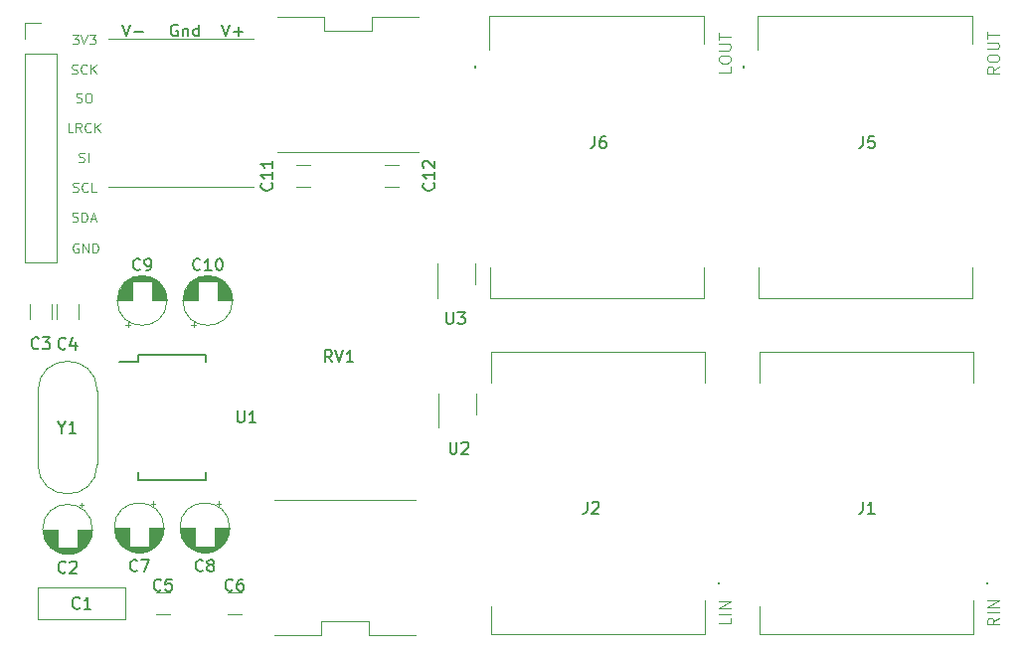
<source format=gbr>
%TF.GenerationSoftware,KiCad,Pcbnew,(5.99.0-11640-gb6664eecf2)*%
%TF.CreationDate,2021-09-02T00:48:37+05:30*%
%TF.ProjectId,AudioInterface,41756469-6f49-46e7-9465-72666163652e,rev?*%
%TF.SameCoordinates,Original*%
%TF.FileFunction,Legend,Top*%
%TF.FilePolarity,Positive*%
%FSLAX46Y46*%
G04 Gerber Fmt 4.6, Leading zero omitted, Abs format (unit mm)*
G04 Created by KiCad (PCBNEW (5.99.0-11640-gb6664eecf2)) date 2021-09-02 00:48:37*
%MOMM*%
%LPD*%
G01*
G04 APERTURE LIST*
%ADD10C,0.120000*%
%ADD11C,0.150000*%
%ADD12C,0.200000*%
%ADD13C,0.100000*%
G04 APERTURE END LIST*
D10*
X140197380Y-54393809D02*
X140311666Y-54431904D01*
X140502142Y-54431904D01*
X140578333Y-54393809D01*
X140616428Y-54355714D01*
X140654523Y-54279523D01*
X140654523Y-54203333D01*
X140616428Y-54127142D01*
X140578333Y-54089047D01*
X140502142Y-54050952D01*
X140349761Y-54012857D01*
X140273571Y-53974761D01*
X140235476Y-53936666D01*
X140197380Y-53860476D01*
X140197380Y-53784285D01*
X140235476Y-53708095D01*
X140273571Y-53670000D01*
X140349761Y-53631904D01*
X140540238Y-53631904D01*
X140654523Y-53670000D01*
X141149761Y-53631904D02*
X141302142Y-53631904D01*
X141378333Y-53670000D01*
X141454523Y-53746190D01*
X141492619Y-53898571D01*
X141492619Y-54165238D01*
X141454523Y-54317619D01*
X141378333Y-54393809D01*
X141302142Y-54431904D01*
X141149761Y-54431904D01*
X141073571Y-54393809D01*
X140997380Y-54317619D01*
X140959285Y-54165238D01*
X140959285Y-53898571D01*
X140997380Y-53746190D01*
X141073571Y-53670000D01*
X141149761Y-53631904D01*
X195907380Y-98337380D02*
X195907380Y-98813571D01*
X194907380Y-98813571D01*
X195907380Y-98004047D02*
X194907380Y-98004047D01*
X195907380Y-97527857D02*
X194907380Y-97527857D01*
X195907380Y-96956428D01*
X194907380Y-96956428D01*
X139873571Y-64553809D02*
X139987857Y-64591904D01*
X140178333Y-64591904D01*
X140254523Y-64553809D01*
X140292619Y-64515714D01*
X140330714Y-64439523D01*
X140330714Y-64363333D01*
X140292619Y-64287142D01*
X140254523Y-64249047D01*
X140178333Y-64210952D01*
X140025952Y-64172857D01*
X139949761Y-64134761D01*
X139911666Y-64096666D01*
X139873571Y-64020476D01*
X139873571Y-63944285D01*
X139911666Y-63868095D01*
X139949761Y-63830000D01*
X140025952Y-63791904D01*
X140216428Y-63791904D01*
X140330714Y-63830000D01*
X140673571Y-64591904D02*
X140673571Y-63791904D01*
X140864047Y-63791904D01*
X140978333Y-63830000D01*
X141054523Y-63906190D01*
X141092619Y-63982380D01*
X141130714Y-64134761D01*
X141130714Y-64249047D01*
X141092619Y-64401428D01*
X141054523Y-64477619D01*
X140978333Y-64553809D01*
X140864047Y-64591904D01*
X140673571Y-64591904D01*
X141435476Y-64363333D02*
X141816428Y-64363333D01*
X141359285Y-64591904D02*
X141625952Y-63791904D01*
X141892619Y-64591904D01*
X218767380Y-98337380D02*
X218291190Y-98670714D01*
X218767380Y-98908809D02*
X217767380Y-98908809D01*
X217767380Y-98527857D01*
X217815000Y-98432619D01*
X217862619Y-98385000D01*
X217957857Y-98337380D01*
X218100714Y-98337380D01*
X218195952Y-98385000D01*
X218243571Y-98432619D01*
X218291190Y-98527857D01*
X218291190Y-98908809D01*
X218767380Y-97908809D02*
X217767380Y-97908809D01*
X218767380Y-97432619D02*
X217767380Y-97432619D01*
X218767380Y-96861190D01*
X217767380Y-96861190D01*
X139854523Y-48681904D02*
X140349761Y-48681904D01*
X140083095Y-48986666D01*
X140197380Y-48986666D01*
X140273571Y-49024761D01*
X140311666Y-49062857D01*
X140349761Y-49139047D01*
X140349761Y-49329523D01*
X140311666Y-49405714D01*
X140273571Y-49443809D01*
X140197380Y-49481904D01*
X139968809Y-49481904D01*
X139892619Y-49443809D01*
X139854523Y-49405714D01*
X140578333Y-48681904D02*
X140845000Y-49481904D01*
X141111666Y-48681904D01*
X141302142Y-48681904D02*
X141797380Y-48681904D01*
X141530714Y-48986666D01*
X141645000Y-48986666D01*
X141721190Y-49024761D01*
X141759285Y-49062857D01*
X141797380Y-49139047D01*
X141797380Y-49329523D01*
X141759285Y-49405714D01*
X141721190Y-49443809D01*
X141645000Y-49481904D01*
X141416428Y-49481904D01*
X141340238Y-49443809D01*
X141302142Y-49405714D01*
X195907380Y-51379047D02*
X195907380Y-51855238D01*
X194907380Y-51855238D01*
X194907380Y-50855238D02*
X194907380Y-50664761D01*
X194955000Y-50569523D01*
X195050238Y-50474285D01*
X195240714Y-50426666D01*
X195574047Y-50426666D01*
X195764523Y-50474285D01*
X195859761Y-50569523D01*
X195907380Y-50664761D01*
X195907380Y-50855238D01*
X195859761Y-50950476D01*
X195764523Y-51045714D01*
X195574047Y-51093333D01*
X195240714Y-51093333D01*
X195050238Y-51045714D01*
X194955000Y-50950476D01*
X194907380Y-50855238D01*
X194907380Y-49998095D02*
X195716904Y-49998095D01*
X195812142Y-49950476D01*
X195859761Y-49902857D01*
X195907380Y-49807619D01*
X195907380Y-49617142D01*
X195859761Y-49521904D01*
X195812142Y-49474285D01*
X195716904Y-49426666D01*
X194907380Y-49426666D01*
X194907380Y-49093333D02*
X194907380Y-48521904D01*
X195907380Y-48807619D02*
X194907380Y-48807619D01*
X218767380Y-51379047D02*
X218291190Y-51712380D01*
X218767380Y-51950476D02*
X217767380Y-51950476D01*
X217767380Y-51569523D01*
X217815000Y-51474285D01*
X217862619Y-51426666D01*
X217957857Y-51379047D01*
X218100714Y-51379047D01*
X218195952Y-51426666D01*
X218243571Y-51474285D01*
X218291190Y-51569523D01*
X218291190Y-51950476D01*
X217767380Y-50760000D02*
X217767380Y-50569523D01*
X217815000Y-50474285D01*
X217910238Y-50379047D01*
X218100714Y-50331428D01*
X218434047Y-50331428D01*
X218624523Y-50379047D01*
X218719761Y-50474285D01*
X218767380Y-50569523D01*
X218767380Y-50760000D01*
X218719761Y-50855238D01*
X218624523Y-50950476D01*
X218434047Y-50998095D01*
X218100714Y-50998095D01*
X217910238Y-50950476D01*
X217815000Y-50855238D01*
X217767380Y-50760000D01*
X217767380Y-49902857D02*
X218576904Y-49902857D01*
X218672142Y-49855238D01*
X218719761Y-49807619D01*
X218767380Y-49712380D01*
X218767380Y-49521904D01*
X218719761Y-49426666D01*
X218672142Y-49379047D01*
X218576904Y-49331428D01*
X217767380Y-49331428D01*
X217767380Y-48998095D02*
X217767380Y-48426666D01*
X218767380Y-48712380D02*
X217767380Y-48712380D01*
X140362476Y-66497000D02*
X140286285Y-66458904D01*
X140172000Y-66458904D01*
X140057714Y-66497000D01*
X139981523Y-66573190D01*
X139943428Y-66649380D01*
X139905333Y-66801761D01*
X139905333Y-66916047D01*
X139943428Y-67068428D01*
X139981523Y-67144619D01*
X140057714Y-67220809D01*
X140172000Y-67258904D01*
X140248190Y-67258904D01*
X140362476Y-67220809D01*
X140400571Y-67182714D01*
X140400571Y-66916047D01*
X140248190Y-66916047D01*
X140743428Y-67258904D02*
X140743428Y-66458904D01*
X141200571Y-67258904D01*
X141200571Y-66458904D01*
X141581523Y-67258904D02*
X141581523Y-66458904D01*
X141772000Y-66458904D01*
X141886285Y-66497000D01*
X141962476Y-66573190D01*
X142000571Y-66649380D01*
X142038666Y-66801761D01*
X142038666Y-66916047D01*
X142000571Y-67068428D01*
X141962476Y-67144619D01*
X141886285Y-67220809D01*
X141772000Y-67258904D01*
X141581523Y-67258904D01*
X139892619Y-62013809D02*
X140006904Y-62051904D01*
X140197380Y-62051904D01*
X140273571Y-62013809D01*
X140311666Y-61975714D01*
X140349761Y-61899523D01*
X140349761Y-61823333D01*
X140311666Y-61747142D01*
X140273571Y-61709047D01*
X140197380Y-61670952D01*
X140045000Y-61632857D01*
X139968809Y-61594761D01*
X139930714Y-61556666D01*
X139892619Y-61480476D01*
X139892619Y-61404285D01*
X139930714Y-61328095D01*
X139968809Y-61290000D01*
X140045000Y-61251904D01*
X140235476Y-61251904D01*
X140349761Y-61290000D01*
X141149761Y-61975714D02*
X141111666Y-62013809D01*
X140997380Y-62051904D01*
X140921190Y-62051904D01*
X140806904Y-62013809D01*
X140730714Y-61937619D01*
X140692619Y-61861428D01*
X140654523Y-61709047D01*
X140654523Y-61594761D01*
X140692619Y-61442380D01*
X140730714Y-61366190D01*
X140806904Y-61290000D01*
X140921190Y-61251904D01*
X140997380Y-61251904D01*
X141111666Y-61290000D01*
X141149761Y-61328095D01*
X141873571Y-62051904D02*
X141492619Y-62051904D01*
X141492619Y-61251904D01*
X139892619Y-56971904D02*
X139511666Y-56971904D01*
X139511666Y-56171904D01*
X140616428Y-56971904D02*
X140349761Y-56590952D01*
X140159285Y-56971904D02*
X140159285Y-56171904D01*
X140464047Y-56171904D01*
X140540238Y-56210000D01*
X140578333Y-56248095D01*
X140616428Y-56324285D01*
X140616428Y-56438571D01*
X140578333Y-56514761D01*
X140540238Y-56552857D01*
X140464047Y-56590952D01*
X140159285Y-56590952D01*
X141416428Y-56895714D02*
X141378333Y-56933809D01*
X141264047Y-56971904D01*
X141187857Y-56971904D01*
X141073571Y-56933809D01*
X140997380Y-56857619D01*
X140959285Y-56781428D01*
X140921190Y-56629047D01*
X140921190Y-56514761D01*
X140959285Y-56362380D01*
X140997380Y-56286190D01*
X141073571Y-56210000D01*
X141187857Y-56171904D01*
X141264047Y-56171904D01*
X141378333Y-56210000D01*
X141416428Y-56248095D01*
X141759285Y-56971904D02*
X141759285Y-56171904D01*
X142216428Y-56971904D02*
X141873571Y-56514761D01*
X142216428Y-56171904D02*
X141759285Y-56629047D01*
X140425952Y-59473809D02*
X140540238Y-59511904D01*
X140730714Y-59511904D01*
X140806904Y-59473809D01*
X140845000Y-59435714D01*
X140883095Y-59359523D01*
X140883095Y-59283333D01*
X140845000Y-59207142D01*
X140806904Y-59169047D01*
X140730714Y-59130952D01*
X140578333Y-59092857D01*
X140502142Y-59054761D01*
X140464047Y-59016666D01*
X140425952Y-58940476D01*
X140425952Y-58864285D01*
X140464047Y-58788095D01*
X140502142Y-58750000D01*
X140578333Y-58711904D01*
X140768809Y-58711904D01*
X140883095Y-58750000D01*
X141225952Y-59511904D02*
X141225952Y-58711904D01*
X139816428Y-51983809D02*
X139930714Y-52021904D01*
X140121190Y-52021904D01*
X140197380Y-51983809D01*
X140235476Y-51945714D01*
X140273571Y-51869523D01*
X140273571Y-51793333D01*
X140235476Y-51717142D01*
X140197380Y-51679047D01*
X140121190Y-51640952D01*
X139968809Y-51602857D01*
X139892619Y-51564761D01*
X139854523Y-51526666D01*
X139816428Y-51450476D01*
X139816428Y-51374285D01*
X139854523Y-51298095D01*
X139892619Y-51260000D01*
X139968809Y-51221904D01*
X140159285Y-51221904D01*
X140273571Y-51260000D01*
X141073571Y-51945714D02*
X141035476Y-51983809D01*
X140921190Y-52021904D01*
X140845000Y-52021904D01*
X140730714Y-51983809D01*
X140654523Y-51907619D01*
X140616428Y-51831428D01*
X140578333Y-51679047D01*
X140578333Y-51564761D01*
X140616428Y-51412380D01*
X140654523Y-51336190D01*
X140730714Y-51260000D01*
X140845000Y-51221904D01*
X140921190Y-51221904D01*
X141035476Y-51260000D01*
X141073571Y-51298095D01*
X141416428Y-52021904D02*
X141416428Y-51221904D01*
X141873571Y-52021904D02*
X141530714Y-51564761D01*
X141873571Y-51221904D02*
X141416428Y-51679047D01*
D11*
%TO.C,J4*%
X144112619Y-47797380D02*
X144445952Y-48797380D01*
X144779285Y-47797380D01*
X145112619Y-48416428D02*
X145874523Y-48416428D01*
X152592619Y-47797380D02*
X152925952Y-48797380D01*
X153259285Y-47797380D01*
X153592619Y-48416428D02*
X154354523Y-48416428D01*
X153973571Y-48797380D02*
X153973571Y-48035476D01*
X148822142Y-47845000D02*
X148726904Y-47797380D01*
X148584047Y-47797380D01*
X148441190Y-47845000D01*
X148345952Y-47940238D01*
X148298333Y-48035476D01*
X148250714Y-48225952D01*
X148250714Y-48368809D01*
X148298333Y-48559285D01*
X148345952Y-48654523D01*
X148441190Y-48749761D01*
X148584047Y-48797380D01*
X148679285Y-48797380D01*
X148822142Y-48749761D01*
X148869761Y-48702142D01*
X148869761Y-48368809D01*
X148679285Y-48368809D01*
X149298333Y-48130714D02*
X149298333Y-48797380D01*
X149298333Y-48225952D02*
X149345952Y-48178333D01*
X149441190Y-48130714D01*
X149584047Y-48130714D01*
X149679285Y-48178333D01*
X149726904Y-48273571D01*
X149726904Y-48797380D01*
X150631666Y-48797380D02*
X150631666Y-47797380D01*
X150631666Y-48749761D02*
X150536428Y-48797380D01*
X150345952Y-48797380D01*
X150250714Y-48749761D01*
X150203095Y-48702142D01*
X150155476Y-48606904D01*
X150155476Y-48321190D01*
X150203095Y-48225952D01*
X150250714Y-48178333D01*
X150345952Y-48130714D01*
X150536428Y-48130714D01*
X150631666Y-48178333D01*
%TO.C,J2*%
X183691666Y-88447380D02*
X183691666Y-89161666D01*
X183644047Y-89304523D01*
X183548809Y-89399761D01*
X183405952Y-89447380D01*
X183310714Y-89447380D01*
X184120238Y-88542619D02*
X184167857Y-88495000D01*
X184263095Y-88447380D01*
X184501190Y-88447380D01*
X184596428Y-88495000D01*
X184644047Y-88542619D01*
X184691666Y-88637857D01*
X184691666Y-88733095D01*
X184644047Y-88875952D01*
X184072619Y-89447380D01*
X184691666Y-89447380D01*
%TO.C,C12*%
X170610142Y-61316857D02*
X170657761Y-61364476D01*
X170705380Y-61507333D01*
X170705380Y-61602571D01*
X170657761Y-61745428D01*
X170562523Y-61840666D01*
X170467285Y-61888285D01*
X170276809Y-61935904D01*
X170133952Y-61935904D01*
X169943476Y-61888285D01*
X169848238Y-61840666D01*
X169753000Y-61745428D01*
X169705380Y-61602571D01*
X169705380Y-61507333D01*
X169753000Y-61364476D01*
X169800619Y-61316857D01*
X170705380Y-60364476D02*
X170705380Y-60935904D01*
X170705380Y-60650190D02*
X169705380Y-60650190D01*
X169848238Y-60745428D01*
X169943476Y-60840666D01*
X169991095Y-60935904D01*
X169800619Y-59983523D02*
X169753000Y-59935904D01*
X169705380Y-59840666D01*
X169705380Y-59602571D01*
X169753000Y-59507333D01*
X169800619Y-59459714D01*
X169895857Y-59412095D01*
X169991095Y-59412095D01*
X170133952Y-59459714D01*
X170705380Y-60031142D01*
X170705380Y-59412095D01*
%TO.C,C11*%
X156823142Y-61316857D02*
X156870761Y-61364476D01*
X156918380Y-61507333D01*
X156918380Y-61602571D01*
X156870761Y-61745428D01*
X156775523Y-61840666D01*
X156680285Y-61888285D01*
X156489809Y-61935904D01*
X156346952Y-61935904D01*
X156156476Y-61888285D01*
X156061238Y-61840666D01*
X155966000Y-61745428D01*
X155918380Y-61602571D01*
X155918380Y-61507333D01*
X155966000Y-61364476D01*
X156013619Y-61316857D01*
X156918380Y-60364476D02*
X156918380Y-60935904D01*
X156918380Y-60650190D02*
X155918380Y-60650190D01*
X156061238Y-60745428D01*
X156156476Y-60840666D01*
X156204095Y-60935904D01*
X156918380Y-59412095D02*
X156918380Y-59983523D01*
X156918380Y-59697809D02*
X155918380Y-59697809D01*
X156061238Y-59793047D01*
X156156476Y-59888285D01*
X156204095Y-59983523D01*
%TO.C,U1*%
X153921095Y-80700380D02*
X153921095Y-81509904D01*
X153968714Y-81605142D01*
X154016333Y-81652761D01*
X154111571Y-81700380D01*
X154302047Y-81700380D01*
X154397285Y-81652761D01*
X154444904Y-81605142D01*
X154492523Y-81509904D01*
X154492523Y-80700380D01*
X155492523Y-81700380D02*
X154921095Y-81700380D01*
X155206809Y-81700380D02*
X155206809Y-80700380D01*
X155111571Y-80843238D01*
X155016333Y-80938476D01*
X154921095Y-80986095D01*
%TO.C,Y1*%
X138971809Y-82113190D02*
X138971809Y-82589380D01*
X138638476Y-81589380D02*
X138971809Y-82113190D01*
X139305142Y-81589380D01*
X140162285Y-82589380D02*
X139590857Y-82589380D01*
X139876571Y-82589380D02*
X139876571Y-81589380D01*
X139781333Y-81732238D01*
X139686095Y-81827476D01*
X139590857Y-81875095D01*
%TO.C,C4*%
X139281333Y-75382142D02*
X139233714Y-75429761D01*
X139090857Y-75477380D01*
X138995619Y-75477380D01*
X138852761Y-75429761D01*
X138757523Y-75334523D01*
X138709904Y-75239285D01*
X138662285Y-75048809D01*
X138662285Y-74905952D01*
X138709904Y-74715476D01*
X138757523Y-74620238D01*
X138852761Y-74525000D01*
X138995619Y-74477380D01*
X139090857Y-74477380D01*
X139233714Y-74525000D01*
X139281333Y-74572619D01*
X140138476Y-74810714D02*
X140138476Y-75477380D01*
X139900380Y-74429761D02*
X139662285Y-75144047D01*
X140281333Y-75144047D01*
%TO.C,J5*%
X207186666Y-57332380D02*
X207186666Y-58046666D01*
X207139047Y-58189523D01*
X207043809Y-58284761D01*
X206900952Y-58332380D01*
X206805714Y-58332380D01*
X208139047Y-57332380D02*
X207662857Y-57332380D01*
X207615238Y-57808571D01*
X207662857Y-57760952D01*
X207758095Y-57713333D01*
X207996190Y-57713333D01*
X208091428Y-57760952D01*
X208139047Y-57808571D01*
X208186666Y-57903809D01*
X208186666Y-58141904D01*
X208139047Y-58237142D01*
X208091428Y-58284761D01*
X207996190Y-58332380D01*
X207758095Y-58332380D01*
X207662857Y-58284761D01*
X207615238Y-58237142D01*
%TO.C,U3*%
X171706095Y-72318380D02*
X171706095Y-73127904D01*
X171753714Y-73223142D01*
X171801333Y-73270761D01*
X171896571Y-73318380D01*
X172087047Y-73318380D01*
X172182285Y-73270761D01*
X172229904Y-73223142D01*
X172277523Y-73127904D01*
X172277523Y-72318380D01*
X172658476Y-72318380D02*
X173277523Y-72318380D01*
X172944190Y-72699333D01*
X173087047Y-72699333D01*
X173182285Y-72746952D01*
X173229904Y-72794571D01*
X173277523Y-72889809D01*
X173277523Y-73127904D01*
X173229904Y-73223142D01*
X173182285Y-73270761D01*
X173087047Y-73318380D01*
X172801333Y-73318380D01*
X172706095Y-73270761D01*
X172658476Y-73223142D01*
%TO.C,J1*%
X207186666Y-88447380D02*
X207186666Y-89161666D01*
X207139047Y-89304523D01*
X207043809Y-89399761D01*
X206900952Y-89447380D01*
X206805714Y-89447380D01*
X208186666Y-89447380D02*
X207615238Y-89447380D01*
X207900952Y-89447380D02*
X207900952Y-88447380D01*
X207805714Y-88590238D01*
X207710476Y-88685476D01*
X207615238Y-88733095D01*
%TO.C,C1*%
X140475333Y-97480142D02*
X140427714Y-97527761D01*
X140284857Y-97575380D01*
X140189619Y-97575380D01*
X140046761Y-97527761D01*
X139951523Y-97432523D01*
X139903904Y-97337285D01*
X139856285Y-97146809D01*
X139856285Y-97003952D01*
X139903904Y-96813476D01*
X139951523Y-96718238D01*
X140046761Y-96623000D01*
X140189619Y-96575380D01*
X140284857Y-96575380D01*
X140427714Y-96623000D01*
X140475333Y-96670619D01*
X141427714Y-97575380D02*
X140856285Y-97575380D01*
X141142000Y-97575380D02*
X141142000Y-96575380D01*
X141046761Y-96718238D01*
X140951523Y-96813476D01*
X140856285Y-96861095D01*
%TO.C,RV1*%
X161966761Y-76551380D02*
X161633428Y-76075190D01*
X161395333Y-76551380D02*
X161395333Y-75551380D01*
X161776285Y-75551380D01*
X161871523Y-75599000D01*
X161919142Y-75646619D01*
X161966761Y-75741857D01*
X161966761Y-75884714D01*
X161919142Y-75979952D01*
X161871523Y-76027571D01*
X161776285Y-76075190D01*
X161395333Y-76075190D01*
X162252476Y-75551380D02*
X162585809Y-76551380D01*
X162919142Y-75551380D01*
X163776285Y-76551380D02*
X163204857Y-76551380D01*
X163490571Y-76551380D02*
X163490571Y-75551380D01*
X163395333Y-75694238D01*
X163300095Y-75789476D01*
X163204857Y-75837095D01*
%TO.C,C9*%
X145631333Y-68651142D02*
X145583714Y-68698761D01*
X145440857Y-68746380D01*
X145345619Y-68746380D01*
X145202761Y-68698761D01*
X145107523Y-68603523D01*
X145059904Y-68508285D01*
X145012285Y-68317809D01*
X145012285Y-68174952D01*
X145059904Y-67984476D01*
X145107523Y-67889238D01*
X145202761Y-67794000D01*
X145345619Y-67746380D01*
X145440857Y-67746380D01*
X145583714Y-67794000D01*
X145631333Y-67841619D01*
X146107523Y-68746380D02*
X146298000Y-68746380D01*
X146393238Y-68698761D01*
X146440857Y-68651142D01*
X146536095Y-68508285D01*
X146583714Y-68317809D01*
X146583714Y-67936857D01*
X146536095Y-67841619D01*
X146488476Y-67794000D01*
X146393238Y-67746380D01*
X146202761Y-67746380D01*
X146107523Y-67794000D01*
X146059904Y-67841619D01*
X146012285Y-67936857D01*
X146012285Y-68174952D01*
X146059904Y-68270190D01*
X146107523Y-68317809D01*
X146202761Y-68365428D01*
X146393238Y-68365428D01*
X146488476Y-68317809D01*
X146536095Y-68270190D01*
X146583714Y-68174952D01*
%TO.C,C3*%
X136995333Y-75362142D02*
X136947714Y-75409761D01*
X136804857Y-75457380D01*
X136709619Y-75457380D01*
X136566761Y-75409761D01*
X136471523Y-75314523D01*
X136423904Y-75219285D01*
X136376285Y-75028809D01*
X136376285Y-74885952D01*
X136423904Y-74695476D01*
X136471523Y-74600238D01*
X136566761Y-74505000D01*
X136709619Y-74457380D01*
X136804857Y-74457380D01*
X136947714Y-74505000D01*
X136995333Y-74552619D01*
X137328666Y-74457380D02*
X137947714Y-74457380D01*
X137614380Y-74838333D01*
X137757238Y-74838333D01*
X137852476Y-74885952D01*
X137900095Y-74933571D01*
X137947714Y-75028809D01*
X137947714Y-75266904D01*
X137900095Y-75362142D01*
X137852476Y-75409761D01*
X137757238Y-75457380D01*
X137471523Y-75457380D01*
X137376285Y-75409761D01*
X137328666Y-75362142D01*
%TO.C,C8*%
X150965333Y-94305142D02*
X150917714Y-94352761D01*
X150774857Y-94400380D01*
X150679619Y-94400380D01*
X150536761Y-94352761D01*
X150441523Y-94257523D01*
X150393904Y-94162285D01*
X150346285Y-93971809D01*
X150346285Y-93828952D01*
X150393904Y-93638476D01*
X150441523Y-93543238D01*
X150536761Y-93448000D01*
X150679619Y-93400380D01*
X150774857Y-93400380D01*
X150917714Y-93448000D01*
X150965333Y-93495619D01*
X151536761Y-93828952D02*
X151441523Y-93781333D01*
X151393904Y-93733714D01*
X151346285Y-93638476D01*
X151346285Y-93590857D01*
X151393904Y-93495619D01*
X151441523Y-93448000D01*
X151536761Y-93400380D01*
X151727238Y-93400380D01*
X151822476Y-93448000D01*
X151870095Y-93495619D01*
X151917714Y-93590857D01*
X151917714Y-93638476D01*
X151870095Y-93733714D01*
X151822476Y-93781333D01*
X151727238Y-93828952D01*
X151536761Y-93828952D01*
X151441523Y-93876571D01*
X151393904Y-93924190D01*
X151346285Y-94019428D01*
X151346285Y-94209904D01*
X151393904Y-94305142D01*
X151441523Y-94352761D01*
X151536761Y-94400380D01*
X151727238Y-94400380D01*
X151822476Y-94352761D01*
X151870095Y-94305142D01*
X151917714Y-94209904D01*
X151917714Y-94019428D01*
X151870095Y-93924190D01*
X151822476Y-93876571D01*
X151727238Y-93828952D01*
%TO.C,C2*%
X139281333Y-94432142D02*
X139233714Y-94479761D01*
X139090857Y-94527380D01*
X138995619Y-94527380D01*
X138852761Y-94479761D01*
X138757523Y-94384523D01*
X138709904Y-94289285D01*
X138662285Y-94098809D01*
X138662285Y-93955952D01*
X138709904Y-93765476D01*
X138757523Y-93670238D01*
X138852761Y-93575000D01*
X138995619Y-93527380D01*
X139090857Y-93527380D01*
X139233714Y-93575000D01*
X139281333Y-93622619D01*
X139662285Y-93622619D02*
X139709904Y-93575000D01*
X139805142Y-93527380D01*
X140043238Y-93527380D01*
X140138476Y-93575000D01*
X140186095Y-93622619D01*
X140233714Y-93717857D01*
X140233714Y-93813095D01*
X140186095Y-93955952D01*
X139614666Y-94527380D01*
X140233714Y-94527380D01*
%TO.C,J6*%
X184326666Y-57332380D02*
X184326666Y-58046666D01*
X184279047Y-58189523D01*
X184183809Y-58284761D01*
X184040952Y-58332380D01*
X183945714Y-58332380D01*
X185231428Y-57332380D02*
X185040952Y-57332380D01*
X184945714Y-57380000D01*
X184898095Y-57427619D01*
X184802857Y-57570476D01*
X184755238Y-57760952D01*
X184755238Y-58141904D01*
X184802857Y-58237142D01*
X184850476Y-58284761D01*
X184945714Y-58332380D01*
X185136190Y-58332380D01*
X185231428Y-58284761D01*
X185279047Y-58237142D01*
X185326666Y-58141904D01*
X185326666Y-57903809D01*
X185279047Y-57808571D01*
X185231428Y-57760952D01*
X185136190Y-57713333D01*
X184945714Y-57713333D01*
X184850476Y-57760952D01*
X184802857Y-57808571D01*
X184755238Y-57903809D01*
%TO.C,C7*%
X145377333Y-94305142D02*
X145329714Y-94352761D01*
X145186857Y-94400380D01*
X145091619Y-94400380D01*
X144948761Y-94352761D01*
X144853523Y-94257523D01*
X144805904Y-94162285D01*
X144758285Y-93971809D01*
X144758285Y-93828952D01*
X144805904Y-93638476D01*
X144853523Y-93543238D01*
X144948761Y-93448000D01*
X145091619Y-93400380D01*
X145186857Y-93400380D01*
X145329714Y-93448000D01*
X145377333Y-93495619D01*
X145710666Y-93400380D02*
X146377333Y-93400380D01*
X145948761Y-94400380D01*
%TO.C,C5*%
X147409333Y-95956142D02*
X147361714Y-96003761D01*
X147218857Y-96051380D01*
X147123619Y-96051380D01*
X146980761Y-96003761D01*
X146885523Y-95908523D01*
X146837904Y-95813285D01*
X146790285Y-95622809D01*
X146790285Y-95479952D01*
X146837904Y-95289476D01*
X146885523Y-95194238D01*
X146980761Y-95099000D01*
X147123619Y-95051380D01*
X147218857Y-95051380D01*
X147361714Y-95099000D01*
X147409333Y-95146619D01*
X148314095Y-95051380D02*
X147837904Y-95051380D01*
X147790285Y-95527571D01*
X147837904Y-95479952D01*
X147933142Y-95432333D01*
X148171238Y-95432333D01*
X148266476Y-95479952D01*
X148314095Y-95527571D01*
X148361714Y-95622809D01*
X148361714Y-95860904D01*
X148314095Y-95956142D01*
X148266476Y-96003761D01*
X148171238Y-96051380D01*
X147933142Y-96051380D01*
X147837904Y-96003761D01*
X147790285Y-95956142D01*
%TO.C,C6*%
X153505333Y-95956142D02*
X153457714Y-96003761D01*
X153314857Y-96051380D01*
X153219619Y-96051380D01*
X153076761Y-96003761D01*
X152981523Y-95908523D01*
X152933904Y-95813285D01*
X152886285Y-95622809D01*
X152886285Y-95479952D01*
X152933904Y-95289476D01*
X152981523Y-95194238D01*
X153076761Y-95099000D01*
X153219619Y-95051380D01*
X153314857Y-95051380D01*
X153457714Y-95099000D01*
X153505333Y-95146619D01*
X154362476Y-95051380D02*
X154172000Y-95051380D01*
X154076761Y-95099000D01*
X154029142Y-95146619D01*
X153933904Y-95289476D01*
X153886285Y-95479952D01*
X153886285Y-95860904D01*
X153933904Y-95956142D01*
X153981523Y-96003761D01*
X154076761Y-96051380D01*
X154267238Y-96051380D01*
X154362476Y-96003761D01*
X154410095Y-95956142D01*
X154457714Y-95860904D01*
X154457714Y-95622809D01*
X154410095Y-95527571D01*
X154362476Y-95479952D01*
X154267238Y-95432333D01*
X154076761Y-95432333D01*
X153981523Y-95479952D01*
X153933904Y-95527571D01*
X153886285Y-95622809D01*
%TO.C,C10*%
X150743142Y-68651142D02*
X150695523Y-68698761D01*
X150552666Y-68746380D01*
X150457428Y-68746380D01*
X150314571Y-68698761D01*
X150219333Y-68603523D01*
X150171714Y-68508285D01*
X150124095Y-68317809D01*
X150124095Y-68174952D01*
X150171714Y-67984476D01*
X150219333Y-67889238D01*
X150314571Y-67794000D01*
X150457428Y-67746380D01*
X150552666Y-67746380D01*
X150695523Y-67794000D01*
X150743142Y-67841619D01*
X151695523Y-68746380D02*
X151124095Y-68746380D01*
X151409809Y-68746380D02*
X151409809Y-67746380D01*
X151314571Y-67889238D01*
X151219333Y-67984476D01*
X151124095Y-68032095D01*
X152314571Y-67746380D02*
X152409809Y-67746380D01*
X152505047Y-67794000D01*
X152552666Y-67841619D01*
X152600285Y-67936857D01*
X152647904Y-68127333D01*
X152647904Y-68365428D01*
X152600285Y-68555904D01*
X152552666Y-68651142D01*
X152505047Y-68698761D01*
X152409809Y-68746380D01*
X152314571Y-68746380D01*
X152219333Y-68698761D01*
X152171714Y-68651142D01*
X152124095Y-68555904D01*
X152076476Y-68365428D01*
X152076476Y-68127333D01*
X152124095Y-67936857D01*
X152171714Y-67841619D01*
X152219333Y-67794000D01*
X152314571Y-67746380D01*
%TO.C,U2*%
X172011095Y-83367380D02*
X172011095Y-84176904D01*
X172058714Y-84272142D01*
X172106333Y-84319761D01*
X172201571Y-84367380D01*
X172392047Y-84367380D01*
X172487285Y-84319761D01*
X172534904Y-84272142D01*
X172582523Y-84176904D01*
X172582523Y-83367380D01*
X173011095Y-83462619D02*
X173058714Y-83415000D01*
X173153952Y-83367380D01*
X173392047Y-83367380D01*
X173487285Y-83415000D01*
X173534904Y-83462619D01*
X173582523Y-83557857D01*
X173582523Y-83653095D01*
X173534904Y-83795952D01*
X172963476Y-84367380D01*
X173582523Y-84367380D01*
D10*
%TO.C,J4*%
X155265000Y-49030000D02*
X142935000Y-49030000D01*
X155265000Y-61630000D02*
X142935000Y-61630000D01*
%TO.C,J8*%
X135832000Y-50260000D02*
X135832000Y-68100000D01*
X135832000Y-50260000D02*
X138492000Y-50260000D01*
X138492000Y-50260000D02*
X138492000Y-68100000D01*
X135832000Y-47660000D02*
X137162000Y-47660000D01*
X135832000Y-48990000D02*
X135832000Y-47660000D01*
X135832000Y-68100000D02*
X138492000Y-68100000D01*
D12*
%TO.C,J2*%
X194920000Y-95440000D02*
X194920000Y-95440000D01*
D13*
X193720000Y-96840000D02*
X193720000Y-99690000D01*
X193720000Y-99690000D02*
X193720000Y-96840000D01*
X175505000Y-99690000D02*
X175505000Y-99690000D01*
X175505000Y-99690000D02*
X193705000Y-99690000D01*
X193705000Y-75690000D02*
X193705000Y-75690000D01*
X193720000Y-99690000D02*
X193720000Y-99690000D01*
X193705000Y-78290000D02*
X193705000Y-75690000D01*
X193705000Y-75690000D02*
X193705000Y-78290000D01*
X193705000Y-78290000D02*
X193705000Y-78290000D01*
X175505000Y-78290000D02*
X175505000Y-75690000D01*
X175505000Y-75690000D02*
X175505000Y-78290000D01*
X175505000Y-75690000D02*
X193705000Y-75690000D01*
D12*
X194920000Y-95340000D02*
X194920000Y-95340000D01*
D13*
X193705000Y-99690000D02*
X175505000Y-99690000D01*
X175505000Y-97340000D02*
X175505000Y-99690000D01*
X175505000Y-99690000D02*
X175505000Y-99690000D01*
X193705000Y-75690000D02*
X193705000Y-75690000D01*
X175505000Y-99690000D02*
X175505000Y-97340000D01*
X193705000Y-75690000D02*
X175505000Y-75690000D01*
X175505000Y-75690000D02*
X175505000Y-75690000D01*
X175505000Y-75690000D02*
X175505000Y-75690000D01*
X193720000Y-96840000D02*
X193720000Y-96840000D01*
X175505000Y-78290000D02*
X175505000Y-78290000D01*
D12*
X194920000Y-95340000D02*
X194920000Y-95340000D01*
D13*
X175505000Y-97340000D02*
X175505000Y-97340000D01*
X193705000Y-99690000D02*
X193705000Y-99690000D01*
D12*
X194920000Y-95440000D02*
G75*
G02*
X194920000Y-95340000I0J50000D01*
G01*
X194920000Y-95440000D02*
G75*
G02*
X194920000Y-95340000I0J50000D01*
G01*
X194920000Y-95340000D02*
G75*
G02*
X194920000Y-95440000I0J-50000D01*
G01*
D10*
%TO.C,C12*%
X167687000Y-61594000D02*
X166429000Y-61594000D01*
X167687000Y-59754000D02*
X166429000Y-59754000D01*
%TO.C,C11*%
X158885000Y-59754000D02*
X160143000Y-59754000D01*
X158885000Y-61594000D02*
X160143000Y-61594000D01*
D11*
%TO.C,U1*%
X145463000Y-76498000D02*
X143863000Y-76498000D01*
X145463000Y-75923000D02*
X145463000Y-76498000D01*
X151213000Y-86573000D02*
X151213000Y-85923000D01*
X145463000Y-86573000D02*
X151213000Y-86573000D01*
X151213000Y-75923000D02*
X151213000Y-76573000D01*
X145463000Y-86573000D02*
X145463000Y-85923000D01*
X145463000Y-75923000D02*
X151213000Y-75923000D01*
D10*
%TO.C,Y1*%
X141973000Y-79012000D02*
X141973000Y-85262000D01*
X136923000Y-79012000D02*
X136923000Y-85262000D01*
X136923000Y-85262000D02*
G75*
G03*
X141973000Y-85262000I2525000J0D01*
G01*
X136923000Y-79012000D02*
G75*
G02*
X141973000Y-79012000I2525000J0D01*
G01*
%TO.C,C4*%
X140368000Y-71602000D02*
X140368000Y-72860000D01*
X138528000Y-71602000D02*
X138528000Y-72860000D01*
D13*
%TO.C,J5*%
X198250000Y-47080000D02*
X198250000Y-49930000D01*
X198265000Y-68480000D02*
X198265000Y-68480000D01*
X216465000Y-68480000D02*
X216465000Y-71080000D01*
X216465000Y-49430000D02*
X216465000Y-49430000D01*
X216465000Y-71080000D02*
X216465000Y-68480000D01*
X198265000Y-71080000D02*
X198265000Y-71080000D01*
X216465000Y-68480000D02*
X216465000Y-68480000D01*
X216465000Y-47080000D02*
X216465000Y-49430000D01*
X198265000Y-47080000D02*
X198265000Y-47080000D01*
D12*
X197050000Y-51430000D02*
X197050000Y-51430000D01*
D13*
X216465000Y-71080000D02*
X198265000Y-71080000D01*
X216465000Y-47080000D02*
X198265000Y-47080000D01*
X198265000Y-71080000D02*
X198265000Y-68480000D01*
X216465000Y-47080000D02*
X216465000Y-47080000D01*
X198250000Y-47080000D02*
X198250000Y-47080000D01*
X216465000Y-71080000D02*
X216465000Y-71080000D01*
X216465000Y-71080000D02*
X216465000Y-71080000D01*
D12*
X197050000Y-51330000D02*
X197050000Y-51330000D01*
D13*
X216465000Y-49430000D02*
X216465000Y-47080000D01*
X198250000Y-49930000D02*
X198250000Y-49930000D01*
X198265000Y-71080000D02*
X198265000Y-71080000D01*
X198265000Y-47080000D02*
X216465000Y-47080000D01*
X198265000Y-71080000D02*
X216465000Y-71080000D01*
X216465000Y-47080000D02*
X216465000Y-47080000D01*
X198265000Y-68480000D02*
X198265000Y-71080000D01*
D12*
X197050000Y-51430000D02*
X197050000Y-51430000D01*
D13*
X198250000Y-49930000D02*
X198250000Y-47080000D01*
D12*
X197050000Y-51330000D02*
G75*
G02*
X197050000Y-51430000I0J-50000D01*
G01*
X197050000Y-51330000D02*
G75*
G02*
X197050000Y-51430000I0J-50000D01*
G01*
X197050000Y-51430000D02*
G75*
G02*
X197050000Y-51330000I0J50000D01*
G01*
D10*
%TO.C,J3*%
X165075000Y-99790000D02*
X165075000Y-98590000D01*
X161075000Y-99790000D02*
X161075000Y-98590000D01*
X157075000Y-88290000D02*
X169075000Y-88290000D01*
X157075000Y-99790000D02*
X161075000Y-99790000D01*
X165075000Y-98590000D02*
X161075000Y-98590000D01*
X165075000Y-99790000D02*
X169075000Y-99790000D01*
%TO.C,U3*%
X174205000Y-69956000D02*
X174205000Y-68156000D01*
X170985000Y-68156000D02*
X170985000Y-71106000D01*
D13*
%TO.C,J1*%
X216580000Y-96840000D02*
X216580000Y-96840000D01*
X198365000Y-99690000D02*
X198365000Y-99690000D01*
X216580000Y-99690000D02*
X216580000Y-99690000D01*
X216565000Y-75690000D02*
X216565000Y-78290000D01*
X216565000Y-99690000D02*
X198365000Y-99690000D01*
X216565000Y-75690000D02*
X198365000Y-75690000D01*
X216580000Y-96840000D02*
X216580000Y-99690000D01*
D12*
X217780000Y-95440000D02*
X217780000Y-95440000D01*
D13*
X198365000Y-99690000D02*
X216565000Y-99690000D01*
X198365000Y-97340000D02*
X198365000Y-97340000D01*
X198365000Y-99690000D02*
X198365000Y-97340000D01*
X198365000Y-97340000D02*
X198365000Y-99690000D01*
X198365000Y-99690000D02*
X198365000Y-99690000D01*
X198365000Y-78290000D02*
X198365000Y-75690000D01*
X198365000Y-78290000D02*
X198365000Y-78290000D01*
X216565000Y-75690000D02*
X216565000Y-75690000D01*
X216565000Y-78290000D02*
X216565000Y-78290000D01*
X198365000Y-75690000D02*
X198365000Y-75690000D01*
D12*
X217780000Y-95340000D02*
X217780000Y-95340000D01*
D13*
X198365000Y-75690000D02*
X198365000Y-75690000D01*
X216565000Y-78290000D02*
X216565000Y-75690000D01*
D12*
X217780000Y-95340000D02*
X217780000Y-95340000D01*
D13*
X198365000Y-75690000D02*
X216565000Y-75690000D01*
X216565000Y-75690000D02*
X216565000Y-75690000D01*
X216580000Y-99690000D02*
X216580000Y-96840000D01*
X198365000Y-75690000D02*
X198365000Y-78290000D01*
X216565000Y-99690000D02*
X216565000Y-99690000D01*
D12*
X217780000Y-95440000D02*
G75*
G02*
X217780000Y-95340000I0J50000D01*
G01*
X217780000Y-95440000D02*
G75*
G02*
X217780000Y-95340000I0J50000D01*
G01*
X217780000Y-95340000D02*
G75*
G02*
X217780000Y-95440000I0J-50000D01*
G01*
D10*
%TO.C,C1*%
X144362000Y-98493000D02*
X144362000Y-95753000D01*
X136922000Y-98493000D02*
X136922000Y-95753000D01*
X144362000Y-95753000D02*
X136922000Y-95753000D01*
X144362000Y-98493000D02*
X136922000Y-98493000D01*
%TO.C,C9*%
X145428000Y-69233600D02*
X146168000Y-69233600D01*
X143721000Y-71194600D02*
X144958000Y-71194600D01*
X144858000Y-69433600D02*
X146738000Y-69433600D01*
X143719000Y-71234600D02*
X144958000Y-71234600D01*
X146638000Y-70674600D02*
X147780000Y-70674600D01*
X146638000Y-70233600D02*
X147583000Y-70233600D01*
X145134000Y-69313600D02*
X146462000Y-69313600D01*
X146638000Y-70874600D02*
X147832000Y-70874600D01*
X144360000Y-69793600D02*
X144958000Y-69793600D01*
X146638000Y-71314600D02*
X147878000Y-71314600D01*
X145030000Y-69353600D02*
X146566000Y-69353600D01*
X146638000Y-70433600D02*
X147687000Y-70433600D01*
X146638000Y-71234600D02*
X147877000Y-71234600D01*
X146638000Y-69953600D02*
X147385000Y-69953600D01*
X143804000Y-70714600D02*
X144958000Y-70714600D01*
X144063000Y-70153600D02*
X144958000Y-70153600D01*
X144179000Y-69993600D02*
X144958000Y-69993600D01*
X144282000Y-69873600D02*
X144958000Y-69873600D01*
X144038000Y-70193600D02*
X144958000Y-70193600D01*
X146638000Y-70754600D02*
X147803000Y-70754600D01*
X144211000Y-69953600D02*
X144958000Y-69953600D01*
X146638000Y-70914600D02*
X147840000Y-70914600D01*
X146638000Y-70193600D02*
X147558000Y-70193600D01*
X144118000Y-70073600D02*
X144958000Y-70073600D01*
X144718000Y-69513600D02*
X146878000Y-69513600D01*
X146638000Y-71194600D02*
X147875000Y-71194600D01*
X146638000Y-70593600D02*
X147752000Y-70593600D01*
X146638000Y-70634600D02*
X147766000Y-70634600D01*
X144544000Y-69633600D02*
X147052000Y-69633600D01*
X146638000Y-69753600D02*
X147194000Y-69753600D01*
X143718000Y-71274600D02*
X144958000Y-71274600D01*
X143736000Y-71034600D02*
X144958000Y-71034600D01*
X146638000Y-70113600D02*
X147506000Y-70113600D01*
X144656000Y-69553600D02*
X146940000Y-69553600D01*
X146638000Y-70553600D02*
X147738000Y-70553600D01*
X146638000Y-71154600D02*
X147872000Y-71154600D01*
X144148000Y-70033600D02*
X144958000Y-70033600D01*
X144013000Y-70233600D02*
X144958000Y-70233600D01*
X144246000Y-69913600D02*
X144958000Y-69913600D01*
X143718000Y-71314600D02*
X144958000Y-71314600D01*
X144598000Y-69593600D02*
X146998000Y-69593600D01*
X146638000Y-71034600D02*
X147860000Y-71034600D01*
X146638000Y-71114600D02*
X147869000Y-71114600D01*
X144785000Y-69473600D02*
X146811000Y-69473600D01*
X146638000Y-70393600D02*
X147668000Y-70393600D01*
X146638000Y-70033600D02*
X147448000Y-70033600D01*
X143968000Y-70313600D02*
X144958000Y-70313600D01*
X145261000Y-69273600D02*
X146335000Y-69273600D01*
X143928000Y-70393600D02*
X144958000Y-70393600D01*
X144603000Y-73584401D02*
X144603000Y-73184401D01*
X146638000Y-70954600D02*
X147848000Y-70954600D01*
X143947000Y-70353600D02*
X144958000Y-70353600D01*
X146638000Y-69913600D02*
X147350000Y-69913600D01*
X146638000Y-70794600D02*
X147814000Y-70794600D01*
X143844000Y-70593600D02*
X144958000Y-70593600D01*
X144402000Y-69753600D02*
X144958000Y-69753600D01*
X144403000Y-73384401D02*
X144803000Y-73384401D01*
X143830000Y-70634600D02*
X144958000Y-70634600D01*
X143891000Y-70473600D02*
X144958000Y-70473600D01*
X146638000Y-70153600D02*
X147533000Y-70153600D01*
X143764000Y-70874600D02*
X144958000Y-70874600D01*
X144447000Y-69713600D02*
X147149000Y-69713600D01*
X146638000Y-70353600D02*
X147649000Y-70353600D01*
X144320000Y-69833600D02*
X144958000Y-69833600D01*
X144939000Y-69393600D02*
X146657000Y-69393600D01*
X143742000Y-70994600D02*
X144958000Y-70994600D01*
X144494000Y-69673600D02*
X147102000Y-69673600D01*
X143782000Y-70794600D02*
X144958000Y-70794600D01*
X146638000Y-69873600D02*
X147314000Y-69873600D01*
X143748000Y-70954600D02*
X144958000Y-70954600D01*
X146638000Y-70313600D02*
X147628000Y-70313600D01*
X143724000Y-71154600D02*
X144958000Y-71154600D01*
X143731000Y-71074600D02*
X144958000Y-71074600D01*
X143874000Y-70513600D02*
X144958000Y-70513600D01*
X146638000Y-70513600D02*
X147722000Y-70513600D01*
X143756000Y-70914600D02*
X144958000Y-70914600D01*
X143727000Y-71114600D02*
X144958000Y-71114600D01*
X146638000Y-70714600D02*
X147792000Y-70714600D01*
X144090000Y-70113600D02*
X144958000Y-70113600D01*
X146638000Y-70834600D02*
X147823000Y-70834600D01*
X143793000Y-70754600D02*
X144958000Y-70754600D01*
X143990000Y-70273600D02*
X144958000Y-70273600D01*
X146638000Y-70994600D02*
X147854000Y-70994600D01*
X146638000Y-70473600D02*
X147705000Y-70473600D01*
X143858000Y-70553600D02*
X144958000Y-70553600D01*
X143773000Y-70834600D02*
X144958000Y-70834600D01*
X146638000Y-71074600D02*
X147865000Y-71074600D01*
X146638000Y-69993600D02*
X147417000Y-69993600D01*
X146638000Y-70273600D02*
X147606000Y-70273600D01*
X146638000Y-69793600D02*
X147236000Y-69793600D01*
X143816000Y-70674600D02*
X144958000Y-70674600D01*
X146638000Y-71274600D02*
X147878000Y-71274600D01*
X146638000Y-70073600D02*
X147478000Y-70073600D01*
X146638000Y-69833600D02*
X147276000Y-69833600D01*
X143909000Y-70433600D02*
X144958000Y-70433600D01*
X147918000Y-71314600D02*
G75*
G03*
X147918000Y-71314600I-2120000J0D01*
G01*
%TO.C,C3*%
X138082000Y-72860000D02*
X138082000Y-71602000D01*
X136242000Y-72860000D02*
X136242000Y-71602000D01*
%TO.C,J7*%
X161330000Y-47140000D02*
X161330000Y-48340000D01*
X161330000Y-48340000D02*
X165330000Y-48340000D01*
X165330000Y-47140000D02*
X165330000Y-48340000D01*
X169330000Y-47140000D02*
X165330000Y-47140000D01*
X169330000Y-58640000D02*
X157330000Y-58640000D01*
X161330000Y-47140000D02*
X157330000Y-47140000D01*
%TO.C,C8*%
X150292000Y-92034401D02*
X149545000Y-92034401D01*
X150292000Y-91754401D02*
X149347000Y-91754401D01*
X152327000Y-88403600D02*
X152327000Y-88803600D01*
X153203000Y-90873401D02*
X151972000Y-90873401D01*
X153072000Y-91434401D02*
X151972000Y-91434401D01*
X150292000Y-90793401D02*
X149055000Y-90793401D01*
X152072000Y-92554401D02*
X150192000Y-92554401D01*
X153194000Y-90953401D02*
X151972000Y-90953401D01*
X152527000Y-88603600D02*
X152127000Y-88603600D01*
X150292000Y-92234401D02*
X149736000Y-92234401D01*
X152274000Y-92434401D02*
X149990000Y-92434401D01*
X152610000Y-92154401D02*
X151972000Y-92154401D01*
X150292000Y-91594401D02*
X149262000Y-91594401D01*
X152386000Y-92354401D02*
X149878000Y-92354401D01*
X152212000Y-92474401D02*
X150052000Y-92474401D01*
X152145000Y-92514401D02*
X150119000Y-92514401D01*
X150292000Y-90673401D02*
X149052000Y-90673401D01*
X150292000Y-91193401D02*
X149116000Y-91193401D01*
X152867000Y-91834401D02*
X151972000Y-91834401D01*
X152648000Y-92114401D02*
X151972000Y-92114401D01*
X150292000Y-90913401D02*
X149065000Y-90913401D01*
X153086000Y-91394401D02*
X151972000Y-91394401D01*
X150292000Y-91514401D02*
X149225000Y-91514401D01*
X150292000Y-91874401D02*
X149424000Y-91874401D01*
X153182000Y-91033401D02*
X151972000Y-91033401D01*
X153056000Y-91474401D02*
X151972000Y-91474401D01*
X150292000Y-90873401D02*
X149061000Y-90873401D01*
X150292000Y-90753401D02*
X149053000Y-90753401D01*
X151796000Y-92674401D02*
X150468000Y-92674401D01*
X150292000Y-91834401D02*
X149397000Y-91834401D01*
X150292000Y-91353401D02*
X149164000Y-91353401D01*
X150292000Y-91153401D02*
X149107000Y-91153401D01*
X151669000Y-92714401D02*
X150595000Y-92714401D01*
X150292000Y-90833401D02*
X149058000Y-90833401D01*
X152983000Y-91634401D02*
X151972000Y-91634401D01*
X150292000Y-91954401D02*
X149482000Y-91954401D01*
X153174000Y-91073401D02*
X151972000Y-91073401D01*
X151991000Y-92594401D02*
X150273000Y-92594401D01*
X153039000Y-91514401D02*
X151972000Y-91514401D01*
X150292000Y-92114401D02*
X149616000Y-92114401D01*
X150292000Y-91313401D02*
X149150000Y-91313401D01*
X150292000Y-91033401D02*
X149082000Y-91033401D01*
X150292000Y-91634401D02*
X149281000Y-91634401D01*
X150292000Y-91073401D02*
X149090000Y-91073401D01*
X153100000Y-91353401D02*
X151972000Y-91353401D01*
X153199000Y-90913401D02*
X151972000Y-90913401D01*
X152940000Y-91714401D02*
X151972000Y-91714401D01*
X150292000Y-91394401D02*
X149178000Y-91394401D01*
X150292000Y-91794401D02*
X149372000Y-91794401D01*
X153137000Y-91233401D02*
X151972000Y-91233401D01*
X152892000Y-91794401D02*
X151972000Y-91794401D01*
X153206000Y-90833401D02*
X151972000Y-90833401D01*
X153212000Y-90673401D02*
X151972000Y-90673401D01*
X150292000Y-92194401D02*
X149694000Y-92194401D01*
X153114000Y-91313401D02*
X151972000Y-91313401D01*
X150292000Y-91233401D02*
X149127000Y-91233401D01*
X153157000Y-91153401D02*
X151972000Y-91153401D01*
X150292000Y-90953401D02*
X149070000Y-90953401D01*
X150292000Y-91113401D02*
X149098000Y-91113401D01*
X153002000Y-91594401D02*
X151972000Y-91594401D01*
X153212000Y-90713401D02*
X151972000Y-90713401D01*
X150292000Y-91474401D02*
X149208000Y-91474401D01*
X152962000Y-91674401D02*
X151972000Y-91674401D01*
X153209000Y-90793401D02*
X151972000Y-90793401D01*
X150292000Y-90993401D02*
X149076000Y-90993401D01*
X150292000Y-91273401D02*
X149138000Y-91273401D01*
X152840000Y-91874401D02*
X151972000Y-91874401D01*
X152719000Y-92034401D02*
X151972000Y-92034401D01*
X150292000Y-91714401D02*
X149324000Y-91714401D01*
X152570000Y-92194401D02*
X151972000Y-92194401D01*
X150292000Y-90713401D02*
X149052000Y-90713401D01*
X151900000Y-92634401D02*
X150364000Y-92634401D01*
X150292000Y-91434401D02*
X149192000Y-91434401D01*
X153211000Y-90753401D02*
X151972000Y-90753401D01*
X152528000Y-92234401D02*
X151972000Y-92234401D01*
X152684000Y-92074401D02*
X151972000Y-92074401D01*
X152782000Y-91954401D02*
X151972000Y-91954401D01*
X152483000Y-92274401D02*
X149781000Y-92274401D01*
X150292000Y-92154401D02*
X149654000Y-92154401D01*
X150292000Y-91914401D02*
X149452000Y-91914401D01*
X152917000Y-91754401D02*
X151972000Y-91754401D01*
X153188000Y-90993401D02*
X151972000Y-90993401D01*
X150292000Y-91994401D02*
X149513000Y-91994401D01*
X153148000Y-91193401D02*
X151972000Y-91193401D01*
X152751000Y-91994401D02*
X151972000Y-91994401D01*
X152332000Y-92394401D02*
X149932000Y-92394401D01*
X153021000Y-91554401D02*
X151972000Y-91554401D01*
X150292000Y-91674401D02*
X149302000Y-91674401D01*
X153166000Y-91113401D02*
X151972000Y-91113401D01*
X153126000Y-91273401D02*
X151972000Y-91273401D01*
X150292000Y-92074401D02*
X149580000Y-92074401D01*
X150292000Y-91554401D02*
X149243000Y-91554401D01*
X152436000Y-92314401D02*
X149828000Y-92314401D01*
X151502000Y-92754401D02*
X150762000Y-92754401D01*
X152812000Y-91914401D02*
X151972000Y-91914401D01*
X153252000Y-90673401D02*
G75*
G03*
X153252000Y-90673401I-2120000J0D01*
G01*
%TO.C,C2*%
X141256000Y-91841401D02*
X140288000Y-91841401D01*
X140964000Y-92241401D02*
X140288000Y-92241401D01*
X141388000Y-91561401D02*
X140288000Y-91561401D01*
X141183000Y-91961401D02*
X140288000Y-91961401D01*
X138608000Y-91400401D02*
X137454000Y-91400401D01*
X141498000Y-91160401D02*
X140288000Y-91160401D01*
X141490000Y-91200401D02*
X140288000Y-91200401D01*
X141128000Y-92041401D02*
X140288000Y-92041401D01*
X138608000Y-91000401D02*
X137377000Y-91000401D01*
X140388000Y-92681401D02*
X138508000Y-92681401D01*
X138608000Y-92281401D02*
X137970000Y-92281401D01*
X141355000Y-91641401D02*
X140288000Y-91641401D01*
X138608000Y-91240401D02*
X137414000Y-91240401D01*
X139985000Y-92841401D02*
X138911000Y-92841401D01*
X141299000Y-91761401D02*
X140288000Y-91761401D01*
X140926000Y-92281401D02*
X140288000Y-92281401D01*
X141525000Y-90920401D02*
X140288000Y-90920401D01*
X140799000Y-92401401D02*
X138097000Y-92401401D01*
X138608000Y-91761401D02*
X137597000Y-91761401D01*
X138608000Y-90800401D02*
X137368000Y-90800401D01*
X138608000Y-91080401D02*
X137386000Y-91080401D01*
X141522000Y-90960401D02*
X140288000Y-90960401D01*
X141453000Y-91360401D02*
X140288000Y-91360401D01*
X138608000Y-91721401D02*
X137578000Y-91721401D01*
X138608000Y-91040401D02*
X137381000Y-91040401D01*
X141519000Y-91000401D02*
X140288000Y-91000401D01*
X141510000Y-91080401D02*
X140288000Y-91080401D01*
X138608000Y-92001401D02*
X137740000Y-92001401D01*
X138608000Y-91801401D02*
X137618000Y-91801401D01*
X141208000Y-91921401D02*
X140288000Y-91921401D01*
X141464000Y-91320401D02*
X140288000Y-91320401D01*
X138608000Y-91521401D02*
X137494000Y-91521401D01*
X140648000Y-92521401D02*
X138248000Y-92521401D01*
X141035000Y-92161401D02*
X140288000Y-92161401D01*
X138608000Y-92121401D02*
X137829000Y-92121401D01*
X141473000Y-91280401D02*
X140288000Y-91280401D01*
X141527000Y-90880401D02*
X140288000Y-90880401D01*
X141318000Y-91721401D02*
X140288000Y-91721401D01*
X141442000Y-91400401D02*
X140288000Y-91400401D01*
X140752000Y-92441401D02*
X138144000Y-92441401D01*
X139818000Y-92881401D02*
X139078000Y-92881401D01*
X138608000Y-92081401D02*
X137798000Y-92081401D01*
X141098000Y-92081401D02*
X140288000Y-92081401D01*
X138608000Y-91961401D02*
X137713000Y-91961401D01*
X141156000Y-92001401D02*
X140288000Y-92001401D01*
X141504000Y-91120401D02*
X140288000Y-91120401D01*
X138608000Y-91601401D02*
X137524000Y-91601401D01*
X141337000Y-91681401D02*
X140288000Y-91681401D01*
X138608000Y-91360401D02*
X137443000Y-91360401D01*
X138608000Y-91480401D02*
X137480000Y-91480401D01*
X140528000Y-92601401D02*
X138368000Y-92601401D01*
X140844000Y-92361401D02*
X140288000Y-92361401D01*
X140461000Y-92641401D02*
X138435000Y-92641401D01*
X141430000Y-91440401D02*
X140288000Y-91440401D01*
X138608000Y-91440401D02*
X137466000Y-91440401D01*
X141372000Y-91601401D02*
X140288000Y-91601401D01*
X140843000Y-88730600D02*
X140443000Y-88730600D01*
X138608000Y-92361401D02*
X138052000Y-92361401D01*
X138608000Y-90840401D02*
X137368000Y-90840401D01*
X138608000Y-91881401D02*
X137663000Y-91881401D01*
X141402000Y-91521401D02*
X140288000Y-91521401D01*
X140112000Y-92801401D02*
X138784000Y-92801401D01*
X138608000Y-92161401D02*
X137861000Y-92161401D01*
X138608000Y-92241401D02*
X137932000Y-92241401D01*
X140886000Y-92321401D02*
X140288000Y-92321401D01*
X138608000Y-91320401D02*
X137432000Y-91320401D01*
X140702000Y-92481401D02*
X138194000Y-92481401D01*
X138608000Y-91841401D02*
X137640000Y-91841401D01*
X140216000Y-92761401D02*
X138680000Y-92761401D01*
X138608000Y-92321401D02*
X138010000Y-92321401D01*
X138608000Y-91561401D02*
X137508000Y-91561401D01*
X138608000Y-91200401D02*
X137406000Y-91200401D01*
X141416000Y-91480401D02*
X140288000Y-91480401D01*
X141515000Y-91040401D02*
X140288000Y-91040401D01*
X138608000Y-92041401D02*
X137768000Y-92041401D01*
X138608000Y-92201401D02*
X137896000Y-92201401D01*
X138608000Y-91120401D02*
X137392000Y-91120401D01*
X141233000Y-91881401D02*
X140288000Y-91881401D01*
X138608000Y-91921401D02*
X137688000Y-91921401D01*
X141482000Y-91240401D02*
X140288000Y-91240401D01*
X141528000Y-90800401D02*
X140288000Y-90800401D01*
X138608000Y-90920401D02*
X137371000Y-90920401D01*
X140643000Y-88530600D02*
X140643000Y-88930600D01*
X140307000Y-92721401D02*
X138589000Y-92721401D01*
X138608000Y-91681401D02*
X137559000Y-91681401D01*
X138608000Y-91160401D02*
X137398000Y-91160401D01*
X141278000Y-91801401D02*
X140288000Y-91801401D01*
X138608000Y-91280401D02*
X137423000Y-91280401D01*
X141000000Y-92201401D02*
X140288000Y-92201401D01*
X140590000Y-92561401D02*
X138306000Y-92561401D01*
X138608000Y-90960401D02*
X137374000Y-90960401D01*
X138608000Y-90880401D02*
X137369000Y-90880401D01*
X138608000Y-91641401D02*
X137541000Y-91641401D01*
X141528000Y-90840401D02*
X140288000Y-90840401D01*
X141067000Y-92121401D02*
X140288000Y-92121401D01*
X141568000Y-90800401D02*
G75*
G03*
X141568000Y-90800401I-2120000J0D01*
G01*
D13*
%TO.C,J6*%
X175405000Y-71080000D02*
X175405000Y-71080000D01*
X193605000Y-68480000D02*
X193605000Y-68480000D01*
X193605000Y-68480000D02*
X193605000Y-71080000D01*
X175405000Y-71080000D02*
X193605000Y-71080000D01*
X175390000Y-47080000D02*
X175390000Y-47080000D01*
X193605000Y-71080000D02*
X193605000Y-71080000D01*
X175405000Y-71080000D02*
X175405000Y-71080000D01*
X193605000Y-49430000D02*
X193605000Y-49430000D01*
X175405000Y-68480000D02*
X175405000Y-68480000D01*
X175405000Y-68480000D02*
X175405000Y-71080000D01*
X175390000Y-49930000D02*
X175390000Y-47080000D01*
D12*
X174190000Y-51430000D02*
X174190000Y-51430000D01*
D13*
X175405000Y-47080000D02*
X175405000Y-47080000D01*
D12*
X174190000Y-51330000D02*
X174190000Y-51330000D01*
D13*
X193605000Y-47080000D02*
X175405000Y-47080000D01*
X193605000Y-71080000D02*
X193605000Y-71080000D01*
X193605000Y-47080000D02*
X193605000Y-49430000D01*
X193605000Y-71080000D02*
X175405000Y-71080000D01*
X175405000Y-71080000D02*
X175405000Y-68480000D01*
X175405000Y-47080000D02*
X193605000Y-47080000D01*
X193605000Y-49430000D02*
X193605000Y-47080000D01*
X193605000Y-47080000D02*
X193605000Y-47080000D01*
X193605000Y-71080000D02*
X193605000Y-68480000D01*
X175390000Y-49930000D02*
X175390000Y-49930000D01*
D12*
X174190000Y-51430000D02*
X174190000Y-51430000D01*
D13*
X193605000Y-47080000D02*
X193605000Y-47080000D01*
X175390000Y-47080000D02*
X175390000Y-49930000D01*
D12*
X174190000Y-51430000D02*
G75*
G02*
X174190000Y-51330000I0J50000D01*
G01*
X174190000Y-51330000D02*
G75*
G02*
X174190000Y-51430000I0J-50000D01*
G01*
X174190000Y-51330000D02*
G75*
G02*
X174190000Y-51430000I0J-50000D01*
G01*
D10*
%TO.C,C7*%
X144704000Y-90713401D02*
X143464000Y-90713401D01*
X144704000Y-91273401D02*
X143550000Y-91273401D01*
X144704000Y-90913401D02*
X143477000Y-90913401D01*
X146848000Y-92314401D02*
X144240000Y-92314401D01*
X144704000Y-91233401D02*
X143539000Y-91233401D01*
X146982000Y-92194401D02*
X146384000Y-92194401D01*
X144704000Y-91313401D02*
X143562000Y-91313401D01*
X147600000Y-90993401D02*
X146384000Y-90993401D01*
X147484000Y-91434401D02*
X146384000Y-91434401D01*
X147395000Y-91634401D02*
X146384000Y-91634401D01*
X147624000Y-90673401D02*
X146384000Y-90673401D01*
X145914000Y-92754401D02*
X145174000Y-92754401D01*
X146940000Y-92234401D02*
X146384000Y-92234401D01*
X144704000Y-91834401D02*
X143809000Y-91834401D01*
X147224000Y-91914401D02*
X146384000Y-91914401D01*
X147606000Y-90953401D02*
X146384000Y-90953401D01*
X147279000Y-91834401D02*
X146384000Y-91834401D01*
X144704000Y-92154401D02*
X144066000Y-92154401D01*
X144704000Y-90673401D02*
X143464000Y-90673401D01*
X144704000Y-90753401D02*
X143465000Y-90753401D01*
X144704000Y-90833401D02*
X143470000Y-90833401D01*
X147131000Y-92034401D02*
X146384000Y-92034401D01*
X147498000Y-91394401D02*
X146384000Y-91394401D01*
X147549000Y-91233401D02*
X146384000Y-91233401D01*
X144704000Y-91153401D02*
X143519000Y-91153401D01*
X146081000Y-92714401D02*
X145007000Y-92714401D01*
X147304000Y-91794401D02*
X146384000Y-91794401D01*
X147624000Y-90713401D02*
X146384000Y-90713401D01*
X146739000Y-88403600D02*
X146739000Y-88803600D01*
X144704000Y-92194401D02*
X144106000Y-92194401D01*
X144704000Y-91754401D02*
X143759000Y-91754401D01*
X146939000Y-88603600D02*
X146539000Y-88603600D01*
X147611000Y-90913401D02*
X146384000Y-90913401D01*
X147618000Y-90833401D02*
X146384000Y-90833401D01*
X146798000Y-92354401D02*
X144290000Y-92354401D01*
X147526000Y-91313401D02*
X146384000Y-91313401D01*
X147352000Y-91714401D02*
X146384000Y-91714401D01*
X147022000Y-92154401D02*
X146384000Y-92154401D01*
X144704000Y-91073401D02*
X143502000Y-91073401D01*
X144704000Y-91434401D02*
X143604000Y-91434401D01*
X144704000Y-91634401D02*
X143693000Y-91634401D01*
X147163000Y-91994401D02*
X146384000Y-91994401D01*
X147586000Y-91073401D02*
X146384000Y-91073401D01*
X144704000Y-92114401D02*
X144028000Y-92114401D01*
X146624000Y-92474401D02*
X144464000Y-92474401D01*
X147414000Y-91594401D02*
X146384000Y-91594401D01*
X146744000Y-92394401D02*
X144344000Y-92394401D01*
X146403000Y-92594401D02*
X144685000Y-92594401D01*
X146895000Y-92274401D02*
X144193000Y-92274401D01*
X147468000Y-91474401D02*
X146384000Y-91474401D01*
X144704000Y-91474401D02*
X143620000Y-91474401D01*
X144704000Y-91714401D02*
X143736000Y-91714401D01*
X144704000Y-91554401D02*
X143655000Y-91554401D01*
X144704000Y-92234401D02*
X144148000Y-92234401D01*
X147252000Y-91874401D02*
X146384000Y-91874401D01*
X147096000Y-92074401D02*
X146384000Y-92074401D01*
X144704000Y-90993401D02*
X143488000Y-90993401D01*
X147374000Y-91674401D02*
X146384000Y-91674401D01*
X144704000Y-91874401D02*
X143836000Y-91874401D01*
X144704000Y-91954401D02*
X143894000Y-91954401D01*
X147433000Y-91554401D02*
X146384000Y-91554401D01*
X147594000Y-91033401D02*
X146384000Y-91033401D01*
X147621000Y-90793401D02*
X146384000Y-90793401D01*
X147538000Y-91273401D02*
X146384000Y-91273401D01*
X147615000Y-90873401D02*
X146384000Y-90873401D01*
X144704000Y-91353401D02*
X143576000Y-91353401D01*
X144704000Y-91594401D02*
X143674000Y-91594401D01*
X144704000Y-90793401D02*
X143467000Y-90793401D01*
X146208000Y-92674401D02*
X144880000Y-92674401D01*
X146686000Y-92434401D02*
X144402000Y-92434401D01*
X147560000Y-91193401D02*
X146384000Y-91193401D01*
X144704000Y-91514401D02*
X143637000Y-91514401D01*
X146557000Y-92514401D02*
X144531000Y-92514401D01*
X144704000Y-91994401D02*
X143925000Y-91994401D01*
X147194000Y-91954401D02*
X146384000Y-91954401D01*
X146484000Y-92554401D02*
X144604000Y-92554401D01*
X144704000Y-91113401D02*
X143510000Y-91113401D01*
X144704000Y-90873401D02*
X143473000Y-90873401D01*
X144704000Y-91193401D02*
X143528000Y-91193401D01*
X147623000Y-90753401D02*
X146384000Y-90753401D01*
X144704000Y-90953401D02*
X143482000Y-90953401D01*
X144704000Y-91033401D02*
X143494000Y-91033401D01*
X147512000Y-91353401D02*
X146384000Y-91353401D01*
X144704000Y-92034401D02*
X143957000Y-92034401D01*
X144704000Y-91674401D02*
X143714000Y-91674401D01*
X144704000Y-91394401D02*
X143590000Y-91394401D01*
X146312000Y-92634401D02*
X144776000Y-92634401D01*
X147578000Y-91113401D02*
X146384000Y-91113401D01*
X144704000Y-91914401D02*
X143864000Y-91914401D01*
X144704000Y-92074401D02*
X143992000Y-92074401D01*
X144704000Y-91794401D02*
X143784000Y-91794401D01*
X147060000Y-92114401D02*
X146384000Y-92114401D01*
X147569000Y-91153401D02*
X146384000Y-91153401D01*
X147329000Y-91754401D02*
X146384000Y-91754401D01*
X147451000Y-91514401D02*
X146384000Y-91514401D01*
X147664000Y-90673401D02*
G75*
G03*
X147664000Y-90673401I-2120000J0D01*
G01*
%TO.C,C5*%
X148205000Y-96203000D02*
X146947000Y-96203000D01*
X148205000Y-98043000D02*
X146947000Y-98043000D01*
%TO.C,C6*%
X154301000Y-96203000D02*
X153043000Y-96203000D01*
X154301000Y-98043000D02*
X153043000Y-98043000D01*
%TO.C,C10*%
X150306000Y-69513600D02*
X152466000Y-69513600D01*
X149344000Y-70914600D02*
X150546000Y-70914600D01*
X149315000Y-71114600D02*
X150546000Y-71114600D01*
X149870000Y-69873600D02*
X150546000Y-69873600D01*
X152226000Y-70193600D02*
X153146000Y-70193600D01*
X152226000Y-70914600D02*
X153428000Y-70914600D01*
X149361000Y-70834600D02*
X150546000Y-70834600D01*
X149418000Y-70634600D02*
X150546000Y-70634600D01*
X150082000Y-69673600D02*
X152690000Y-69673600D01*
X149392000Y-70714600D02*
X150546000Y-70714600D01*
X152226000Y-71074600D02*
X153453000Y-71074600D01*
X149479000Y-70473600D02*
X150546000Y-70473600D01*
X152226000Y-70674600D02*
X153368000Y-70674600D01*
X149556000Y-70313600D02*
X150546000Y-70313600D01*
X149990000Y-69753600D02*
X150546000Y-69753600D01*
X152226000Y-69793600D02*
X152824000Y-69793600D01*
X152226000Y-70073600D02*
X153066000Y-70073600D01*
X152226000Y-70313600D02*
X153216000Y-70313600D01*
X149319000Y-71074600D02*
X150546000Y-71074600D01*
X152226000Y-70393600D02*
X153256000Y-70393600D01*
X152226000Y-70634600D02*
X153354000Y-70634600D01*
X150446000Y-69433600D02*
X152326000Y-69433600D01*
X152226000Y-71314600D02*
X153466000Y-71314600D01*
X149462000Y-70513600D02*
X150546000Y-70513600D01*
X149991000Y-73384401D02*
X150391000Y-73384401D01*
X152226000Y-71234600D02*
X153465000Y-71234600D01*
X152226000Y-71194600D02*
X153463000Y-71194600D01*
X149336000Y-70954600D02*
X150546000Y-70954600D01*
X149307000Y-71234600D02*
X150546000Y-71234600D01*
X152226000Y-70994600D02*
X153442000Y-70994600D01*
X149948000Y-69793600D02*
X150546000Y-69793600D01*
X152226000Y-71114600D02*
X153457000Y-71114600D01*
X150186000Y-69593600D02*
X152586000Y-69593600D01*
X149799000Y-69953600D02*
X150546000Y-69953600D01*
X152226000Y-70714600D02*
X153380000Y-70714600D01*
X149736000Y-70033600D02*
X150546000Y-70033600D01*
X152226000Y-69913600D02*
X152938000Y-69913600D01*
X149306000Y-71314600D02*
X150546000Y-71314600D01*
X152226000Y-70593600D02*
X153340000Y-70593600D01*
X151016000Y-69233600D02*
X151756000Y-69233600D01*
X149352000Y-70874600D02*
X150546000Y-70874600D01*
X152226000Y-71034600D02*
X153448000Y-71034600D01*
X152226000Y-70513600D02*
X153310000Y-70513600D01*
X152226000Y-70113600D02*
X153094000Y-70113600D01*
X149309000Y-71194600D02*
X150546000Y-71194600D01*
X149601000Y-70233600D02*
X150546000Y-70233600D01*
X152226000Y-70473600D02*
X153293000Y-70473600D01*
X152226000Y-70153600D02*
X153121000Y-70153600D01*
X149404000Y-70674600D02*
X150546000Y-70674600D01*
X149324000Y-71034600D02*
X150546000Y-71034600D01*
X152226000Y-71274600D02*
X153466000Y-71274600D01*
X149370000Y-70794600D02*
X150546000Y-70794600D01*
X149651000Y-70153600D02*
X150546000Y-70153600D01*
X152226000Y-70834600D02*
X153411000Y-70834600D01*
X149767000Y-69993600D02*
X150546000Y-69993600D01*
X149706000Y-70073600D02*
X150546000Y-70073600D01*
X152226000Y-70754600D02*
X153391000Y-70754600D01*
X152226000Y-70353600D02*
X153237000Y-70353600D01*
X149432000Y-70593600D02*
X150546000Y-70593600D01*
X152226000Y-69993600D02*
X153005000Y-69993600D01*
X152226000Y-69833600D02*
X152864000Y-69833600D01*
X149578000Y-70273600D02*
X150546000Y-70273600D01*
X149312000Y-71154600D02*
X150546000Y-71154600D01*
X149834000Y-69913600D02*
X150546000Y-69913600D01*
X149908000Y-69833600D02*
X150546000Y-69833600D01*
X149306000Y-71274600D02*
X150546000Y-71274600D01*
X150527000Y-69393600D02*
X152245000Y-69393600D01*
X152226000Y-70874600D02*
X153420000Y-70874600D01*
X152226000Y-69753600D02*
X152782000Y-69753600D01*
X150618000Y-69353600D02*
X152154000Y-69353600D01*
X149516000Y-70393600D02*
X150546000Y-70393600D01*
X152226000Y-70794600D02*
X153402000Y-70794600D01*
X152226000Y-70433600D02*
X153275000Y-70433600D01*
X149626000Y-70193600D02*
X150546000Y-70193600D01*
X152226000Y-70954600D02*
X153436000Y-70954600D01*
X150373000Y-69473600D02*
X152399000Y-69473600D01*
X150722000Y-69313600D02*
X152050000Y-69313600D01*
X152226000Y-69953600D02*
X152973000Y-69953600D01*
X149678000Y-70113600D02*
X150546000Y-70113600D01*
X152226000Y-71154600D02*
X153460000Y-71154600D01*
X152226000Y-70273600D02*
X153194000Y-70273600D01*
X152226000Y-69873600D02*
X152902000Y-69873600D01*
X149446000Y-70553600D02*
X150546000Y-70553600D01*
X150035000Y-69713600D02*
X152737000Y-69713600D01*
X150244000Y-69553600D02*
X152528000Y-69553600D01*
X152226000Y-70033600D02*
X153036000Y-70033600D01*
X152226000Y-70233600D02*
X153171000Y-70233600D01*
X150191000Y-73584401D02*
X150191000Y-73184401D01*
X150849000Y-69273600D02*
X151923000Y-69273600D01*
X149497000Y-70433600D02*
X150546000Y-70433600D01*
X152226000Y-70553600D02*
X153326000Y-70553600D01*
X150132000Y-69633600D02*
X152640000Y-69633600D01*
X149381000Y-70754600D02*
X150546000Y-70754600D01*
X149330000Y-70994600D02*
X150546000Y-70994600D01*
X149535000Y-70353600D02*
X150546000Y-70353600D01*
X153506000Y-71314600D02*
G75*
G03*
X153506000Y-71314600I-2120000J0D01*
G01*
%TO.C,U2*%
X174256000Y-81005000D02*
X174256000Y-79205000D01*
X171036000Y-79205000D02*
X171036000Y-82155000D01*
%TD*%
M02*

</source>
